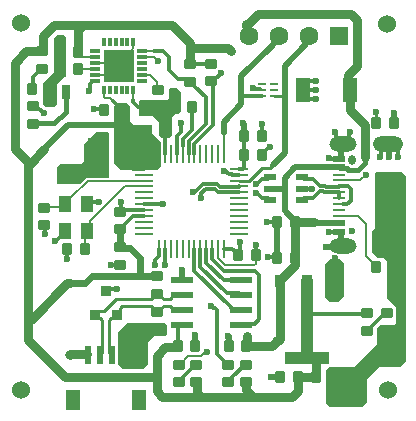
<source format=gbr>
%TF.GenerationSoftware,Altium Limited,Altium Designer,24.1.2 (44)*%
G04 Layer_Physical_Order=1*
G04 Layer_Color=255*
%FSLAX45Y45*%
%MOMM*%
%TF.SameCoordinates,257A8DD5-596B-45CF-B8F4-21FB4E0B7711*%
%TF.FilePolarity,Positive*%
%TF.FileFunction,Copper,L1,Top,Signal*%
%TF.Part,Single*%
G01*
G75*
%TA.AperFunction,SMDPad,CuDef*%
%ADD10R,0.65000X0.25000*%
%ADD11R,1.27000X2.10000*%
%ADD12R,3.81000X1.06680*%
%ADD13R,0.91440X1.06680*%
%TA.AperFunction,ConnectorPad*%
%ADD14R,1.00000X0.52000*%
%ADD15R,1.00000X0.27000*%
%ADD16R,2.00000X1.00000*%
%TA.AperFunction,SMDPad,CuDef*%
%ADD17R,0.84000X0.84000*%
%ADD18R,0.90000X0.84000*%
%ADD19R,0.80000X1.20000*%
G04:AMPARAMS|DCode=20|XSize=0.8mm|YSize=1mm|CornerRadius=0.1mm|HoleSize=0mm|Usage=FLASHONLY|Rotation=90.000|XOffset=0mm|YOffset=0mm|HoleType=Round|Shape=RoundedRectangle|*
%AMROUNDEDRECTD20*
21,1,0.80000,0.80000,0,0,90.0*
21,1,0.60000,1.00000,0,0,90.0*
1,1,0.20000,0.40000,0.30000*
1,1,0.20000,0.40000,-0.30000*
1,1,0.20000,-0.40000,-0.30000*
1,1,0.20000,-0.40000,0.30000*
%
%ADD20ROUNDEDRECTD20*%
G04:AMPARAMS|DCode=21|XSize=0.8mm|YSize=1mm|CornerRadius=0.1mm|HoleSize=0mm|Usage=FLASHONLY|Rotation=0.000|XOffset=0mm|YOffset=0mm|HoleType=Round|Shape=RoundedRectangle|*
%AMROUNDEDRECTD21*
21,1,0.80000,0.80000,0,0,0.0*
21,1,0.60000,1.00000,0,0,0.0*
1,1,0.20000,0.30000,-0.40000*
1,1,0.20000,-0.30000,-0.40000*
1,1,0.20000,-0.30000,0.40000*
1,1,0.20000,0.30000,0.40000*
%
%ADD21ROUNDEDRECTD21*%
%ADD22O,1.55000X0.25000*%
%ADD23O,0.25000X1.55000*%
%ADD24R,1.98000X0.53000*%
%ADD25R,0.35000X0.80000*%
%ADD26R,0.85000X0.35000*%
%ADD27R,2.60000X2.70000*%
G04:AMPARAMS|DCode=28|XSize=1.3mm|YSize=1.1mm|CornerRadius=0.055mm|HoleSize=0mm|Usage=FLASHONLY|Rotation=270.000|XOffset=0mm|YOffset=0mm|HoleType=Round|Shape=RoundedRectangle|*
%AMROUNDEDRECTD28*
21,1,1.30000,0.99000,0,0,270.0*
21,1,1.19000,1.10000,0,0,270.0*
1,1,0.11000,-0.49500,-0.59500*
1,1,0.11000,-0.49500,0.59500*
1,1,0.11000,0.49500,0.59500*
1,1,0.11000,0.49500,-0.59500*
%
%ADD28ROUNDEDRECTD28*%
%ADD29R,0.97790X0.55880*%
%TA.AperFunction,ConnectorPad*%
%ADD30R,0.60000X1.55000*%
%ADD31R,1.20000X1.80000*%
%TA.AperFunction,Conductor*%
%ADD32C,0.25000*%
%ADD33C,0.30000*%
%ADD34C,0.75000*%
%ADD35C,0.80000*%
%ADD36C,0.50000*%
%ADD37C,0.25400*%
%ADD38C,0.20320*%
%ADD39C,0.20000*%
%ADD40C,0.40000*%
%ADD41C,0.38100*%
%ADD42C,0.60000*%
%ADD43C,1.00000*%
%TA.AperFunction,ComponentPad*%
G04:AMPARAMS|DCode=44|XSize=1.3mm|YSize=2.3mm|CornerRadius=0.65mm|HoleSize=0mm|Usage=FLASHONLY|Rotation=90.000|XOffset=0mm|YOffset=0mm|HoleType=Round|Shape=RoundedRectangle|*
%AMROUNDEDRECTD44*
21,1,1.30000,1.00000,0,0,90.0*
21,1,0.00000,2.30000,0,0,90.0*
1,1,1.30000,0.50000,0.00000*
1,1,1.30000,0.50000,0.00000*
1,1,1.30000,-0.50000,0.00000*
1,1,1.30000,-0.50000,0.00000*
%
%ADD44ROUNDEDRECTD44*%
G04:AMPARAMS|DCode=45|XSize=1.3mm|YSize=2.6mm|CornerRadius=0.65mm|HoleSize=0mm|Usage=FLASHONLY|Rotation=90.000|XOffset=0mm|YOffset=0mm|HoleType=Round|Shape=RoundedRectangle|*
%AMROUNDEDRECTD45*
21,1,1.30000,1.30000,0,0,90.0*
21,1,0.00000,2.60000,0,0,90.0*
1,1,1.30000,0.65000,0.00000*
1,1,1.30000,0.65000,0.00000*
1,1,1.30000,-0.65000,0.00000*
1,1,1.30000,-0.65000,0.00000*
%
%ADD45ROUNDEDRECTD45*%
%ADD46C,0.60000*%
G04:AMPARAMS|DCode=47|XSize=0.85mm|YSize=0.6mm|CornerRadius=0.3mm|HoleSize=0mm|Usage=FLASHONLY|Rotation=90.000|XOffset=0mm|YOffset=0mm|HoleType=Round|Shape=RoundedRectangle|*
%AMROUNDEDRECTD47*
21,1,0.85000,0.00000,0,0,90.0*
21,1,0.25000,0.60000,0,0,90.0*
1,1,0.60000,0.00000,0.12500*
1,1,0.60000,0.00000,-0.12500*
1,1,0.60000,0.00000,-0.12500*
1,1,0.60000,0.00000,0.12500*
%
%ADD47ROUNDEDRECTD47*%
%ADD48R,1.60000X1.60000*%
%ADD49C,1.60000*%
%TA.AperFunction,ViaPad*%
%ADD50C,1.52400*%
%ADD51C,0.60000*%
%ADD52C,0.80000*%
%ADD53C,0.50000*%
G36*
X9341199Y9445500D02*
X9363700Y9423000D01*
Y9098000D01*
X9353700Y9088000D01*
X9348700D01*
X9288700Y9028000D01*
X9288700Y8858000D01*
X9261199Y8830500D01*
X9193701D01*
X9168699Y8855500D01*
X9168700Y9035500D01*
X9178700Y9045500D01*
X9258700Y9125500D01*
X9258699Y9415499D01*
X9288701Y9445500D01*
X9341199Y9445500D01*
D02*
G37*
G36*
X10338700Y8958000D02*
Y8795500D01*
X10313700Y8770500D01*
X10283700D01*
X10263700Y8750500D01*
Y8593000D01*
X10238700Y8568000D01*
X10173700D01*
X10153700Y8588000D01*
Y8695500D01*
X10096200Y8753000D01*
X9991200D01*
X9978700Y8765500D01*
Y8880500D01*
X9986200Y8888000D01*
X10221200D01*
X10238700Y8905500D01*
Y8983000D01*
X10246200Y8990500D01*
X10306200D01*
X10338700Y8958000D01*
D02*
G37*
G36*
X9906200Y8840500D02*
Y8715500D01*
X9931200Y8683000D01*
X10093700D01*
Y8610500D01*
X10168700Y8535500D01*
Y8330500D01*
X10136200Y8298000D01*
X9828700D01*
X9773700Y8353000D01*
Y8828000D01*
Y8838000D01*
X9799481Y8865500D01*
X9881200D01*
X9906200Y8840500D01*
D02*
G37*
G36*
X9731200Y8603000D02*
Y8235153D01*
X9548900D01*
X9539083Y8233200D01*
X9530761Y8227640D01*
X9483621Y8180500D01*
X9296200D01*
X9283700Y8193000D01*
Y8323000D01*
X9288700D01*
X9318700Y8353000D01*
X9493700D01*
X9513700Y8373000D01*
Y8515500D01*
X9621200Y8623000D01*
X9711200D01*
X9731200Y8603000D01*
D02*
G37*
G36*
X11713700Y7508000D02*
Y7228000D01*
X11671200Y7185500D01*
X11598700D01*
X11558700Y7225500D01*
Y7505500D01*
X11598700Y7545500D01*
X11676200D01*
X11713700Y7508000D01*
D02*
G37*
G36*
X10216200Y6988000D02*
Y6908000D01*
X10198700Y6890500D01*
X10111200D01*
X10058700Y6838000D01*
Y6655500D01*
X10017450Y6614250D01*
X9842450D01*
X9801200Y6655500D01*
Y6920500D01*
X9883700Y7003000D01*
X10201200D01*
X10216200Y6988000D01*
D02*
G37*
G36*
X12241200Y8248000D02*
Y6683000D01*
X12191200Y6633000D01*
X12011200D01*
X11911200Y6533000D01*
Y6330500D01*
X11871200Y6290500D01*
X11601200D01*
X11568700Y6323000D01*
Y6608000D01*
X11586200Y6628000D01*
X11798700D01*
X11996200Y6825500D01*
Y6958000D01*
X12026200Y6988000D01*
X12141200D01*
X12153700Y7000500D01*
Y7138000D01*
X12083700Y7208000D01*
Y7530500D01*
X12056200Y7558000D01*
X12001200D01*
X11953700Y7605500D01*
Y7780500D01*
X11976200Y7803000D01*
Y8268000D01*
X11986200Y8278000D01*
X12211200D01*
X12241200Y8248000D01*
D02*
G37*
D10*
X11026900Y9028900D02*
D03*
Y8978900D02*
D03*
Y8928900D02*
D03*
X11121900D02*
D03*
Y8978900D02*
D03*
Y9028900D02*
D03*
D11*
X11768200Y8978900D02*
D03*
X11371200D02*
D03*
D12*
X11403700Y6703500D02*
D03*
D13*
X11174700Y7362500D02*
D03*
X11403700D02*
D03*
X11632700D02*
D03*
D14*
X11673700Y7775500D02*
D03*
Y7850500D02*
D03*
Y8320500D02*
D03*
Y8395500D02*
D03*
D15*
Y7910500D02*
D03*
Y7960500D02*
D03*
Y8010500D02*
D03*
Y8060500D02*
D03*
Y8110500D02*
D03*
Y8160500D02*
D03*
Y8210500D02*
D03*
Y8260500D02*
D03*
D16*
X12093700Y7945500D02*
D03*
Y8225500D02*
D03*
D17*
X9605173Y7075337D02*
D03*
X9699173Y7275337D02*
D03*
D18*
X9793173Y7075337D02*
D03*
D19*
X9363700Y8263000D02*
D03*
Y8963000D02*
D03*
D20*
X9181579Y7979555D02*
D03*
Y7829555D02*
D03*
X9823700Y7795500D02*
D03*
Y7945500D02*
D03*
Y7495500D02*
D03*
Y7645500D02*
D03*
X10141200Y8975500D02*
D03*
Y8825500D02*
D03*
X11911200Y6935500D02*
D03*
Y7085500D02*
D03*
X10466200Y6650500D02*
D03*
Y6500500D02*
D03*
X10886200Y6650500D02*
D03*
Y6500500D02*
D03*
X10416200Y9048000D02*
D03*
Y9198000D02*
D03*
X9161200Y9158000D02*
D03*
Y9308000D02*
D03*
X9083700Y8840500D02*
D03*
Y8690500D02*
D03*
X10136200Y7400500D02*
D03*
Y7250500D02*
D03*
X10136200Y6950500D02*
D03*
Y7100500D02*
D03*
X12078700Y7085500D02*
D03*
Y6935500D02*
D03*
X10316200Y6500500D02*
D03*
Y6650500D02*
D03*
X10736200Y6500500D02*
D03*
Y6650500D02*
D03*
X10588700Y9200500D02*
D03*
Y9050500D02*
D03*
D21*
X9521445Y7630106D02*
D03*
X9371445D02*
D03*
X9076200Y8985500D02*
D03*
X9226200D02*
D03*
X10890306Y6807147D02*
D03*
X10740306D02*
D03*
X11301200Y7558000D02*
D03*
X11151200D02*
D03*
X11476200Y6550500D02*
D03*
X11626200D02*
D03*
X11326200D02*
D03*
X11176200D02*
D03*
X10308700Y6808000D02*
D03*
X10458700D02*
D03*
X10818700Y7575500D02*
D03*
X10968700D02*
D03*
X10051200Y8628000D02*
D03*
X10201200D02*
D03*
X10871200Y8428000D02*
D03*
X11021200D02*
D03*
X9831200Y8568000D02*
D03*
X9681200D02*
D03*
X9831200Y8418000D02*
D03*
X9681200D02*
D03*
X10871200Y8588000D02*
D03*
X11021200D02*
D03*
X9461200Y9155500D02*
D03*
X9311200D02*
D03*
X9461200Y9298000D02*
D03*
X9311200D02*
D03*
X9831200Y8810500D02*
D03*
X9681200D02*
D03*
X11989800Y7475700D02*
D03*
X12139800D02*
D03*
X11989800Y8694900D02*
D03*
X12139800D02*
D03*
X10426200Y8833000D02*
D03*
X10276200D02*
D03*
X11301600Y7856700D02*
D03*
X11151600D02*
D03*
D22*
X10024000Y8309500D02*
D03*
Y8259500D02*
D03*
Y8209500D02*
D03*
Y8159500D02*
D03*
Y8109500D02*
D03*
Y8059500D02*
D03*
Y8009500D02*
D03*
Y7959500D02*
D03*
Y7909500D02*
D03*
Y7859500D02*
D03*
Y7809500D02*
D03*
Y7759500D02*
D03*
X10829000D02*
D03*
Y7809500D02*
D03*
Y7859500D02*
D03*
Y7909500D02*
D03*
Y7959500D02*
D03*
Y8009500D02*
D03*
Y8059500D02*
D03*
Y8109500D02*
D03*
Y8159500D02*
D03*
Y8209500D02*
D03*
Y8259500D02*
D03*
Y8309500D02*
D03*
D23*
X10151500Y7632000D02*
D03*
X10201500D02*
D03*
X10251500D02*
D03*
X10301500D02*
D03*
X10351500D02*
D03*
X10401500D02*
D03*
X10451500D02*
D03*
X10501500D02*
D03*
X10551500D02*
D03*
X10601500D02*
D03*
X10651500D02*
D03*
X10701500D02*
D03*
Y8437000D02*
D03*
X10651500D02*
D03*
X10601500D02*
D03*
X10551500D02*
D03*
X10501500D02*
D03*
X10451500D02*
D03*
X10401500D02*
D03*
X10351500D02*
D03*
X10301500D02*
D03*
X10251500D02*
D03*
X10201500D02*
D03*
X10151500D02*
D03*
D24*
X10842330Y6988209D02*
D03*
Y7115209D02*
D03*
Y7242208D02*
D03*
Y7369209D02*
D03*
X10349330D02*
D03*
Y7242208D02*
D03*
Y7115209D02*
D03*
Y6988209D02*
D03*
D25*
X9933700Y9380500D02*
D03*
X9883700D02*
D03*
X9833700D02*
D03*
X9783700D02*
D03*
X9733700D02*
D03*
X9683700D02*
D03*
X9933700Y8980500D02*
D03*
X9883700D02*
D03*
X9833700D02*
D03*
X9783700D02*
D03*
X9733700D02*
D03*
X9683700D02*
D03*
D26*
X9611200Y9305500D02*
D03*
Y9255500D02*
D03*
Y9205500D02*
D03*
Y9155500D02*
D03*
Y9105500D02*
D03*
Y9055500D02*
D03*
X10006200Y9305500D02*
D03*
Y9255500D02*
D03*
Y9205500D02*
D03*
Y9155500D02*
D03*
Y9105500D02*
D03*
Y9055500D02*
D03*
D27*
X9808700Y9180500D02*
D03*
D28*
X9543800Y8014400D02*
D03*
X9353800D02*
D03*
X9543800Y7784400D02*
D03*
X9353800D02*
D03*
D29*
X11090275Y8045700D02*
D03*
Y8140700D02*
D03*
Y8235700D02*
D03*
X11363325D02*
D03*
Y8140700D02*
D03*
Y8045700D02*
D03*
D30*
X9849173Y6736275D02*
D03*
X9749173D02*
D03*
X9649173D02*
D03*
X9549173D02*
D03*
D31*
X9419173Y6348775D02*
D03*
X9979173D02*
D03*
D32*
X10248185Y7145500D02*
X10262830Y7130855D01*
X10188345Y7145500D02*
X10248185D01*
X10262830Y7129209D02*
X10276830Y7115209D01*
X10262830Y7129209D02*
Y7130855D01*
X10173700D02*
X10188345Y7145500D01*
X10098700Y7128000D02*
Y7130855D01*
X10173700Y7128000D02*
Y7130855D01*
X10146200Y7100500D02*
X10173700Y7128000D01*
X10276830Y7115209D02*
X10349330D01*
X10126200Y7100500D02*
X10136200D01*
X10098700Y7128000D02*
X10126200Y7100500D01*
X10136200D02*
X10146200D01*
X9932898Y7145500D02*
X10084055D01*
X9932562Y7145837D02*
X9932898Y7145500D01*
X10084055D02*
X10098700Y7130855D01*
X9834673Y7145837D02*
X9932562D01*
X9820029Y7131192D02*
X9834673Y7145837D01*
X9820029Y7102193D02*
Y7131192D01*
X9793173Y7075337D02*
X9820029Y7102193D01*
X10262830Y7228208D02*
X10276830Y7242208D01*
X10349330D01*
X10262830Y7223353D02*
Y7228208D01*
X10126200Y7250500D02*
X10136200D01*
X10146200D01*
X10244977Y7205500D02*
X10262830Y7223353D01*
X10173700Y7220145D02*
X10188345Y7205500D01*
X10244977D01*
X10146200Y7250500D02*
X10173700Y7223000D01*
X10098700Y7220145D02*
Y7223000D01*
X10173700Y7220145D02*
Y7223000D01*
X10098700D02*
X10126200Y7250500D01*
X10084055Y7205500D02*
X10098700Y7220145D01*
X9957751Y7205500D02*
X10084055D01*
X9957414Y7205837D02*
X9957751Y7205500D01*
X9785673Y7205837D02*
X9957414D01*
X9634673Y7104837D02*
X9684673D01*
X9785673Y7205837D01*
X9605173Y7075337D02*
X9634673Y7104837D01*
X9729173Y7031192D02*
X9743818Y7045837D01*
X9731673Y6753775D02*
Y6813420D01*
X9729173Y6815920D02*
X9731673Y6813420D01*
Y6753775D02*
X9749173Y6736275D01*
X9666673Y6753775D02*
Y6813420D01*
X9743818Y7045837D02*
X9763673D01*
X9666673Y6813420D02*
X9669173Y6815920D01*
X9729173Y6921056D02*
Y7031192D01*
X9763673Y7045837D02*
X9793173Y7075337D01*
X9669173Y6815920D02*
Y6896203D01*
X9669173Y6896204D02*
Y7031192D01*
X9654528Y7045837D02*
X9669173Y7031192D01*
X9634673Y7045837D02*
X9654528D01*
X9649173Y6736275D02*
X9666673Y6753775D01*
X9729173Y6815920D02*
Y6921056D01*
X9729173Y6921056D02*
X9729173Y6921056D01*
X9669173Y6896204D02*
X9669173Y6896203D01*
X9605173Y7075337D02*
X9634673Y7045837D01*
X11988800Y8695900D02*
X11989800Y8694900D01*
X11988800Y8695900D02*
Y8775700D01*
D33*
X9691405Y7288496D02*
X9790396D01*
X9678200Y7301700D02*
X9691405Y7288496D01*
X9790396D02*
X9791700Y7289800D01*
X9372023Y7544377D02*
Y7619423D01*
X9372600Y7620000D01*
X9372023Y7544377D02*
X9372600Y7543800D01*
X9829800Y7951600D02*
Y8026400D01*
X9823700Y7945500D02*
X9829800Y7951600D01*
X12173024Y8416872D02*
X12178765Y8411132D01*
X12173024Y8416872D02*
Y8471306D01*
X12126830Y8517500D02*
X12173024Y8471306D01*
X12032105Y8416872D02*
Y8471306D01*
X12026365Y8411132D02*
X12032105Y8416872D01*
Y8471306D02*
X12078299Y8517500D01*
X12093700D01*
X12126830D01*
X11419700Y8902700D02*
X11480800D01*
X11371200Y8951200D02*
Y8978900D01*
Y8951200D02*
X11419700Y8902700D01*
X11371200Y8978900D02*
X11480800D01*
X11371200D02*
Y9006600D01*
X11419700Y9055100D01*
X11480800D01*
X11587227Y8396479D02*
X11587716Y8395989D01*
X11673211D02*
X11673700Y8395500D01*
X11587716Y8395989D02*
X11673211D01*
X11760755Y8563694D02*
Y8614130D01*
X11766495Y8619870D01*
X11711200Y8517500D02*
X11714561D01*
X11760755Y8563694D01*
X11647384D02*
X11693578Y8517500D01*
X11711200D01*
X11647384Y8563694D02*
Y8614130D01*
X11641644Y8619870D02*
X11647384Y8614130D01*
X10955518Y8991600D02*
X10965718Y8981400D01*
X10947400Y8991600D02*
X10955518D01*
X10965718Y8981400D02*
X11009400D01*
X10906181Y8927850D02*
X10962712D01*
X10905931Y8928100D02*
X10906181Y8927850D01*
X10962712D02*
X10963762Y8928900D01*
X11026900D01*
X10849400Y8928100D02*
X10905931D01*
X11587888Y7774839D02*
X11692111D01*
X11634950Y7256750D02*
Y7481750D01*
X10201350Y8548000D02*
Y8628000D01*
X9186368Y7833475D02*
X9194800Y7841906D01*
Y7833475D02*
Y7841906D01*
X9186368Y7757802D02*
Y7833475D01*
X9185062Y7756495D02*
X9186368Y7757802D01*
X9271000Y7696200D02*
X9275600D01*
X9353800Y7774400D02*
Y7784400D01*
X9275600Y7696200D02*
X9353800Y7774400D01*
X11073949Y7558987D02*
X11150213D01*
X11151200Y7558000D01*
X11072961Y7559975D02*
X11073949Y7558987D01*
X10588700Y7145500D02*
X10596818D01*
X10610435Y7131883D02*
X10621149D01*
X10638723Y6740478D02*
Y7114310D01*
X10621149Y7131883D02*
X10638723Y7114310D01*
Y6740478D02*
X10701200Y6678001D01*
X10596818Y7145500D02*
X10610435Y7131883D01*
X10701200Y6675500D02*
X10726200Y6650500D01*
X10736200D01*
X10701200Y6675500D02*
Y6678001D01*
X9822823Y7496377D02*
X9823700Y7495500D01*
X9740670Y7497253D02*
X9741547Y7496377D01*
X9822823D01*
X9555800Y8026400D02*
X9639300D01*
X9543800Y8014400D02*
X9555800Y8026400D01*
X11692111Y7774839D02*
X11692450Y7774500D01*
X11587227Y7774179D02*
X11587888Y7774839D01*
X10980918Y8100700D02*
X11022978Y8058640D01*
X11077335D01*
X11090275Y8045700D01*
X10972800Y8100700D02*
X10980918D01*
X11077335Y8222760D02*
X11090275Y8235700D01*
X11022978Y8222760D02*
X11077335D01*
X10980918Y8180700D02*
X11022978Y8222760D01*
X10972800Y8180700D02*
X10980918D01*
X10744325Y8112000D02*
X10744325Y8112000D01*
X10826500D01*
X10829000Y8109500D01*
X10652117Y8112000D02*
X10744325D01*
X10546298Y8136530D02*
X10627587D01*
X10652117Y8112000D01*
X10510722Y8100954D02*
X10546298Y8136530D01*
X10504982Y8065942D02*
X10510722Y8071682D01*
X10826500Y8157000D02*
X10829000Y8159500D01*
X10439982Y8114718D02*
X10445722Y8120458D01*
X10466587D01*
X10527659Y8181530D02*
X10646227D01*
X10466587Y8120458D02*
X10527659Y8181530D01*
X10670757Y8157000D02*
X10826500D01*
X10646227Y8181530D02*
X10670757Y8157000D01*
X10510722Y8071682D02*
Y8100954D01*
X10713029Y8289134D02*
X10740163Y8262000D01*
X10766500D01*
X10704911Y8289134D02*
X10713029D01*
X10766500Y8262000D02*
X10769000Y8259500D01*
X10829000D01*
X11673700Y8060500D02*
Y8110500D01*
X11753100Y8160500D02*
X11772900Y8140700D01*
Y8039100D02*
Y8140700D01*
X11744603Y8010803D02*
X11772900Y8039100D01*
X11708700Y8010803D02*
X11744603D01*
X11673700Y8160500D02*
X11753100D01*
X11363325Y8235700D02*
X11376265Y8222760D01*
X11563864Y8158000D02*
X11608203D01*
X11558992Y8162872D02*
X11563864Y8158000D01*
X11672200Y8159000D02*
X11673700Y8160500D01*
X11609203Y8159000D02*
X11672200D01*
X11376265Y8058640D02*
X11456267D01*
X11545224Y8113000D02*
X11608203D01*
X11376265Y8222760D02*
X11455149D01*
X11609203Y8112000D02*
X11672200D01*
X11515037Y8162872D02*
X11558992D01*
X11515500Y8117872D02*
X11540352D01*
X11545224Y8113000D01*
X11608203Y8158000D02*
X11609203Y8159000D01*
X11456267Y8058640D02*
X11515500Y8117872D01*
X11608203Y8113000D02*
X11609203Y8112000D01*
X11455149Y8222760D02*
X11515037Y8162872D01*
X11672200Y8112000D02*
X11673700Y8110500D01*
X11363325Y8045700D02*
X11376265Y8058640D01*
X11375665Y8140700D02*
X11375945Y8140420D01*
X11445565D01*
X11445845Y8140141D01*
X11079500Y8496300D02*
X11087100D01*
X11046200Y8463000D02*
X11079500Y8496300D01*
X10996200Y8403000D02*
X11021200Y8428000D01*
X11634950Y7481750D02*
X11636200Y7483000D01*
X11633700Y7255500D02*
X11634950Y7256750D01*
X10969486Y7576286D02*
Y7667342D01*
X10968700Y7575500D02*
X10969486Y7576286D01*
Y7667342D02*
X10970272Y7668128D01*
X11071686Y7859033D02*
X11149267D01*
X11151600Y7856700D01*
X11069353Y7861367D02*
X11071686Y7859033D01*
X10201200Y8628000D02*
Y8728000D01*
X9228700Y8880500D02*
X9231200Y8878000D01*
X9226200Y8985500D02*
X9228700Y8983000D01*
Y8880500D02*
Y8983000D01*
X9584440Y8548740D02*
X9661940D01*
X9681200Y8568000D01*
X9578700Y8543000D02*
X9584440Y8548740D01*
X9578700Y8423000D02*
X9581200Y8420500D01*
X9678700D02*
X9681200Y8418000D01*
X9581200Y8420500D02*
X9678700D01*
X9599411Y8811294D02*
X9680406D01*
X9681200Y8810500D01*
X9598617Y8812088D02*
X9599411Y8811294D01*
X10051200Y8643000D02*
X10076200Y8618000D01*
X10051200Y8628000D02*
Y8643000D01*
Y8626087D02*
Y8628000D01*
X9826200Y8413000D02*
X9928700Y8310500D01*
X9847200Y7959500D02*
X10024000D01*
X10076200Y8590500D02*
X10151500Y8515200D01*
Y8437000D02*
Y8515200D01*
X10201350Y8548000D02*
X10201500Y8547850D01*
Y8437000D02*
Y8547850D01*
X10076200Y8590500D02*
Y8618000D01*
X10023000Y8310500D02*
X10024000Y8309500D01*
X9928700Y8310500D02*
X10023000D01*
X10026200Y8601087D02*
X10051200Y8626087D01*
X9854287Y8601087D02*
X10026200D01*
X10611200Y8680500D02*
Y9028000D01*
X10588700Y9050500D02*
X10611200Y9028000D01*
X10426200Y8636921D02*
Y8853527D01*
X10451200Y9013000D02*
Y9023000D01*
X10548700Y8688710D02*
Y8915500D01*
X10451200Y9013000D02*
X10548700Y8915500D01*
X10587450Y9199250D02*
X10588700Y9200500D01*
X10417450Y9199250D02*
X10587450D01*
X10416200Y9198000D02*
X10417450Y9199250D01*
X9838700Y8585500D02*
X9854287Y8601087D01*
X9831200Y8418000D02*
Y8568000D01*
Y8578000D01*
X10961439Y6998239D02*
X10998700Y7035500D01*
X10842330Y6988209D02*
X10852361Y6998239D01*
X10998700Y7035500D02*
Y7406526D01*
X10852361Y6998239D02*
X10961439D01*
X10736200Y6500500D02*
X10746200D01*
X10771200Y6525501D01*
Y6545500D02*
X10876200Y6650500D01*
X10886200D01*
X10771200Y6525501D02*
Y6545500D01*
X10351200Y6525501D02*
Y6545500D01*
X10456200Y6650500D01*
X10466200D01*
X10316200Y6500500D02*
X10326200D01*
X10351200Y6525501D01*
X10308700Y6808000D02*
Y6976708D01*
X10320200Y6988209D02*
X10349330D01*
X10308700Y6976708D02*
X10320200Y6988209D01*
X11403700Y7083094D02*
X11908794D01*
X11911200Y7085500D01*
X12036200Y7060500D02*
X12066200D01*
X11911200Y6935500D02*
X11921200D01*
X11946200Y6960500D02*
Y6970500D01*
X12066200Y7060500D02*
X12081200Y7075500D01*
X11946200Y6970500D02*
X12036200Y7060500D01*
X11921200Y6935500D02*
X11946200Y6960500D01*
X11021200Y8588000D02*
X11021200D01*
Y8690500D01*
X11021200Y8428000D02*
X11046200Y8463000D01*
X10866658Y8312000D02*
Y8413458D01*
X10829000Y8309500D02*
X10864158D01*
X10866658Y8413458D02*
X10871200Y8418000D01*
X10864158Y8309500D02*
X10866658Y8312000D01*
X10406832Y9067369D02*
X10451200Y9023000D01*
X10314331Y9067369D02*
X10406832D01*
X10236200Y9145500D02*
X10314331Y9067369D01*
X10112155Y9303000D02*
X10186200D01*
X10236200Y9253000D01*
Y9145500D02*
Y9253000D01*
X10613700Y9075501D02*
X10636127D01*
X10588700Y9050500D02*
X10613700Y9075501D01*
X10636127D02*
X10681163Y9120537D01*
X10141200Y8825500D02*
X10144950Y8829250D01*
X10272450D02*
X10276200Y8833000D01*
X10144950Y8829250D02*
X10272450D01*
X10276200Y8833000D02*
Y8935500D01*
X10283700Y8943000D01*
X10018700Y8825500D02*
X10141200D01*
X9933700Y8873000D02*
Y8893000D01*
X9974210Y8832490D02*
X10011710D01*
X9933700Y8873000D02*
X9974210Y8832490D01*
X10017450Y8826750D02*
X10018700Y8825500D01*
X10011710Y8832490D02*
X10017450Y8826750D01*
X9763700Y8883000D02*
X9786200Y8860500D01*
X9831200Y8810500D02*
Y8820500D01*
X9786561Y8860500D02*
X9801561Y8845500D01*
X9806200D02*
X9831200Y8820500D01*
X9786200Y8860500D02*
X9786561D01*
X9801561Y8845500D02*
X9806200D01*
X9081200Y8985500D02*
X9084950Y8981750D01*
X9081200Y9088000D02*
X9151200Y9158000D01*
X9081200Y8985500D02*
Y9088000D01*
X9151200Y9158000D02*
X9161200D01*
X10830830Y7253708D02*
X10842330Y7242208D01*
X10113700Y7518000D02*
Y7534200D01*
X10151500Y7572000D02*
Y7632000D01*
X10113700Y7534200D02*
X10151500Y7572000D01*
X10202600Y7496600D02*
X10203700Y7495500D01*
X10202600Y7496600D02*
Y7630900D01*
X10201500Y7632000D02*
X10202600Y7630900D01*
X10818700Y7575500D02*
Y7585500D01*
X10959726Y7445500D02*
X10998700Y7406526D01*
X10451500Y7445200D02*
X10758330Y7138370D01*
X10451500Y7445200D02*
Y7632000D01*
X10758330Y7126709D02*
Y7138370D01*
Y7126709D02*
X10769830Y7115209D01*
X10842330D01*
X10727992Y7253708D02*
X10830830D01*
X10501500Y7480200D02*
X10727992Y7253708D01*
X10501500Y7480200D02*
Y7632000D01*
X10697561Y7445500D02*
X10959726D01*
X10551500Y7515200D02*
Y7632000D01*
X10697492Y7369209D02*
X10842330D01*
X10551500Y7515200D02*
X10697492Y7369209D01*
X10601500Y7541561D02*
X10697561Y7445500D01*
X10601500Y7541561D02*
Y7632000D01*
X10704000Y7633553D02*
X10770647D01*
X10818700Y7585500D01*
X9838700Y7960500D02*
Y7974020D01*
X10024000Y8009500D02*
X10185200D01*
X9175460Y8786240D02*
X9181200Y8780500D01*
X9084950Y8844250D02*
X9113700Y8815500D01*
X9136953D01*
X9166212Y8786240D02*
X9175460D01*
X9136953Y8815500D02*
X9166212Y8786240D01*
X10401500Y8437000D02*
X10401500Y8437000D01*
Y8541510D01*
X10451500Y8520800D02*
X10611200Y8680500D01*
X10401500Y8541510D02*
X10548700Y8688710D01*
X10351500Y8562221D02*
X10426200Y8636921D01*
X10451500Y8437000D02*
Y8520800D01*
X10351500Y8499500D02*
Y8562221D01*
X10301500Y8583900D02*
X10338700Y8621100D01*
Y8695500D01*
X10301500Y8437000D02*
Y8583900D01*
X9558700Y8970500D02*
X9564440Y8976240D01*
X9583700Y9053000D02*
X9606200D01*
X9583700Y9047413D02*
Y9053000D01*
X9564440Y9028153D02*
X9583700Y9047413D01*
X9564440Y8976240D02*
Y9028153D01*
X10871200Y8418000D02*
Y8428000D01*
Y8588000D01*
X10818700Y7575500D02*
X10838700Y7595500D01*
Y7665500D01*
X9833700Y7795500D02*
X9858700Y7820500D01*
X9823700Y7795500D02*
X9833700D01*
X9858700Y7820500D02*
Y7834123D01*
X9934077Y7909500D02*
X10024000D01*
X9858700Y7834123D02*
X9934077Y7909500D01*
D34*
X11779766Y9616234D02*
X11823700Y9572300D01*
X10986434Y9616234D02*
X11779766D01*
X10907877Y9537676D02*
X10986434Y9616234D01*
X11823700Y9175500D02*
Y9572300D01*
X11753700Y8978900D02*
Y9105500D01*
Y8978900D02*
X11765298Y8967302D01*
Y8805334D02*
X11893700Y8676932D01*
X11765298Y8805334D02*
Y8967302D01*
X11893700Y8413000D02*
Y8676932D01*
X11753700Y9105500D02*
X11823700Y9175500D01*
X10885876Y9537676D02*
X10907877D01*
X10885876Y9515676D02*
Y9537676D01*
D35*
X10263700Y9528000D02*
X10416200Y9375500D01*
X9505563Y9528000D02*
X10263700D01*
X10416200Y9334500D02*
X10731500D01*
X10756900Y9309100D01*
X10416200Y9198000D02*
Y9334500D01*
Y9375500D01*
X11110347Y6807147D02*
X11174700Y6871500D01*
X10890306Y6807147D02*
X11110347D01*
X10890306Y6834720D02*
X10893733Y6838147D01*
Y6893852D01*
X10890306Y6807147D02*
Y6834720D01*
X9396077Y6736776D02*
X9398212Y6738912D01*
X9539173D01*
X11301600Y7568400D02*
Y7856700D01*
X11174700Y7370120D02*
X11301200Y7496620D01*
X11174700Y7362500D02*
Y7370120D01*
X11301200Y7496620D02*
Y7558000D01*
Y7568000D02*
X11301600Y7568400D01*
X9064200Y7032200D02*
X9372600Y7340600D01*
X9041100Y6860601D02*
Y7032200D01*
Y8368101D01*
X9372600Y7340600D02*
X9398000D01*
X10201200Y6798000D02*
X10308700D01*
X10476200Y6414863D02*
Y6500500D01*
X9171200Y9308000D02*
Y9435500D01*
X9461200Y9298000D02*
Y9483637D01*
Y9293000D02*
Y9298000D01*
X9161200Y9308000D02*
X9171200D01*
X9028700D02*
X9161200D01*
X9041100Y8368101D02*
X9056200Y8353000D01*
X8928700Y8480500D02*
X9041100Y8368101D01*
Y6860601D02*
X9351200Y6550500D01*
X11462860Y6703500D02*
X11476200Y6690160D01*
X11403700Y6703500D02*
X11462860D01*
X11476200Y6550500D02*
Y6690160D01*
X11326200Y6550500D02*
X11476200D01*
X11326200Y6430500D02*
Y6550500D01*
X11273700Y6378000D02*
X11326200Y6430500D01*
X10948700Y6378000D02*
X11273700D01*
X10886200Y6440500D02*
X10948700Y6378000D01*
X10886200Y6440500D02*
Y6500500D01*
X10476200Y6414863D02*
X10513063Y6378000D01*
X10948700D01*
X10466200Y6500500D02*
X10476200D01*
X10131200Y6424863D02*
X10178063Y6378000D01*
X10131200Y6728000D02*
X10201200Y6798000D01*
X10308700D02*
Y6808000D01*
X9351200Y6550500D02*
X10131200D01*
Y6424863D02*
Y6550500D01*
Y6728000D01*
X9056200Y8353000D02*
X9176200Y8473000D01*
X8928700Y8480500D02*
Y9208000D01*
X9028700Y9308000D01*
X11174700Y6871500D02*
Y7362500D01*
X11301200Y7558000D02*
Y7568000D01*
X11301600Y7856700D02*
X11464900D01*
X9461200Y9483637D02*
X9505563Y9528000D01*
X9263700D02*
X9505563D01*
X9171200Y9435500D02*
X9263700Y9528000D01*
X10178063Y6378000D02*
X10513063D01*
D36*
X12100651Y8413045D02*
Y8510549D01*
X12093700Y8517500D02*
X12100651Y8510549D01*
Y8413045D02*
X12102565Y8411132D01*
X11563740Y7649092D02*
X11706791D01*
X11692450Y7672250D02*
X11711200Y7653500D01*
X11706791Y7649092D02*
X11711200Y7653500D01*
X11561827Y7647179D02*
X11563740Y7649092D01*
X11396253Y9365500D02*
Y9415053D01*
X11417300Y9436100D01*
X11214100Y9183348D02*
X11396253Y9365500D01*
X11214100Y8928100D02*
Y9183348D01*
X11118777Y9361811D02*
X11163300Y9406334D01*
X11118777Y9361421D02*
Y9361811D01*
X10849400Y8928100D02*
Y9092044D01*
X11163300Y9406334D02*
Y9436100D01*
X10849400Y9092044D02*
X11118777Y9361421D01*
X11214100Y8445500D02*
Y8928100D01*
X10849400Y8853700D02*
Y8928100D01*
X11114100Y8345500D02*
X11214100Y8445500D01*
X11100992Y6550453D02*
X11176153D01*
X11100945Y6550406D02*
X11100992Y6550453D01*
X11176153D02*
X11176200Y6550500D01*
X10739736Y6807716D02*
Y6896232D01*
X10739167Y6896802D02*
X10739736Y6896232D01*
Y6807716D02*
X10740306Y6807147D01*
X11151400Y7856500D02*
X11151600Y7856700D01*
X11151400Y7558200D02*
Y7856500D01*
X11151200Y7558000D02*
X11151400Y7558200D01*
X12138305Y8696395D02*
X12139800Y8694900D01*
X12136810Y8784445D02*
X12138305Y8782950D01*
Y8696395D02*
Y8782950D01*
X11224038Y7944262D02*
X11301600Y7866700D01*
X11090275Y8140700D02*
X11215503D01*
X11220503Y8234803D02*
X11306200Y8320500D01*
X11220503Y7947797D02*
Y8234803D01*
X11306200Y8320500D02*
X11673700D01*
X11692450Y7672250D02*
Y7774500D01*
X10701200Y8705500D02*
X10849400Y8853700D01*
X10701200Y8615500D02*
Y8705500D01*
X9796200Y8678000D02*
X9838700Y8635500D01*
Y8585500D02*
Y8635500D01*
X9831200Y8578000D02*
X9838700Y8585500D01*
Y8635500D02*
Y8803000D01*
X9831200Y8810500D02*
X9838700Y8803000D01*
X11301600Y7856700D02*
Y7866700D01*
X9176200Y8473000D02*
X9381200Y8678000D01*
X9796200D01*
X10348700Y7369839D02*
X10349330Y7369209D01*
X10348700Y7369839D02*
Y7450500D01*
X10134950Y6951750D02*
X10136200Y6950500D01*
X10028700Y6953000D02*
X10029950Y6951750D01*
X10134950D01*
X11626200Y6550500D02*
X11629287Y6553587D01*
X11716787D01*
X11464900Y7856700D02*
X11471100Y7850500D01*
X11673700D01*
X11692450Y8396500D02*
Y8498750D01*
X11691450Y8395500D02*
X11692450Y8396500D01*
X11673700Y8395500D02*
X11691450D01*
X11692450Y8498750D02*
X11711200Y8517500D01*
X10458700Y6808000D02*
Y6900500D01*
X9856200Y6765500D02*
Y6778000D01*
X9851200Y6760500D02*
X9856200Y6765500D01*
Y6778000D02*
X9928700D01*
X10866200Y8695294D02*
X10871200Y8690294D01*
Y8588000D02*
Y8690294D01*
X10866200Y8695294D02*
Y8698000D01*
X12079261Y6843902D02*
Y6934939D01*
Y6843902D02*
X12079822Y6843341D01*
X12078700Y6935500D02*
X12079261Y6934939D01*
X12140434Y7369847D02*
Y7475067D01*
Y7369847D02*
X12141067Y7369214D01*
X12139800Y7475700D02*
X12140434Y7475067D01*
D37*
X11121900Y8928900D02*
X11213300D01*
X11214100Y8928100D01*
X11087100Y8318500D02*
X11114100Y8345500D01*
X11023600Y8318500D02*
X11087100D01*
X10914800Y8209700D02*
X11023600Y8318500D01*
X10829200Y8209700D02*
X10914800D01*
X10829000Y8209500D02*
X10829200Y8209700D01*
D38*
X9324181Y7984781D02*
X9353800Y8014400D01*
X9187675Y7984781D02*
X9324181D01*
X9522600Y7620000D02*
Y7763200D01*
X9543800Y7784400D01*
X9353800Y8014400D02*
Y8024400D01*
X9548900Y8209500D02*
X10024000D01*
X9408640Y8069240D02*
X9548900Y8209500D01*
X9353800Y8024400D02*
X9398640Y8069240D01*
X9408640D01*
X9569777Y7867977D02*
X9861300Y8159500D01*
X9543800Y7784400D02*
X9569777Y7810377D01*
Y7867977D01*
X9861300Y8159500D02*
X10024000D01*
D39*
X9611200Y9205500D02*
X9783700D01*
X10542876Y6756400D02*
X10553700D01*
X10396200Y6720500D02*
X10506976D01*
X10542876Y6756400D01*
X11855200Y8210300D02*
X11899900Y8255000D01*
X11683600Y8210300D02*
X11855200D01*
X9501200Y9253000D02*
X9626200D01*
X10076200Y9103000D02*
X10136200Y9043000D01*
X9983700Y9103000D02*
X10076200D01*
X10136200Y8975500D02*
Y9043000D01*
X9461200Y9145500D02*
X9468876Y9153176D01*
X9626024D01*
X9461200Y9293000D02*
X9501200Y9253000D01*
X10701200Y8437300D02*
Y8615500D01*
Y8437300D02*
X10701500Y8437000D01*
X11989800Y7475700D02*
Y7485700D01*
X11903700Y7571800D02*
X11989800Y7485700D01*
X11838900Y7910300D02*
X11903700Y7845500D01*
X11683600Y7910300D02*
X11838900D01*
X11903700Y7571800D02*
Y7845500D01*
X9983700Y9303000D02*
X10112155D01*
X10006200Y9255500D02*
X10106200D01*
X10151947Y9209754D01*
X9933700Y8893000D02*
Y8980500D01*
X9683700Y8919716D02*
X9695416Y8908000D01*
X9683700Y8919716D02*
Y8980500D01*
X9695416Y8908000D02*
X9738700D01*
X9763700Y8883000D01*
X10316200Y6650500D02*
X10326200D01*
X10396200Y6720500D01*
X10865269Y7495500D02*
X10865269Y7495500D01*
X10956984D01*
X10968700Y7507216D01*
Y7575500D01*
X10652456Y7554244D02*
Y7631044D01*
X10711200Y7495500D02*
X10865269D01*
X10652456Y7554244D02*
X10711200Y7495500D01*
X10651500Y7632000D02*
X10652456Y7631044D01*
X9783700Y9205500D02*
X9808700Y9180500D01*
X9611200Y9105500D02*
X9733700D01*
X9753700Y9125500D01*
X9931200Y9378000D02*
X9933700Y9380500D01*
X9931200Y9328074D02*
Y9378000D01*
X9919938Y9291738D02*
Y9316812D01*
X9931200Y9328074D01*
X9808700Y9180500D02*
X9863700Y9235500D01*
X9919938Y9291738D01*
X9606200Y9050500D02*
X9611200Y9055500D01*
D40*
X11679700Y8314500D02*
X11743205D01*
X11673700Y8320500D02*
X11679700Y8314500D01*
X11893700Y8358000D02*
Y8413000D01*
X11838700Y8303000D02*
X11893700Y8358000D01*
X11754705Y8303000D02*
X11838700D01*
X11743205Y8314500D02*
X11754705Y8303000D01*
D41*
X9311200Y9155500D02*
Y9298000D01*
Y9413000D01*
X9088700Y8690500D02*
X9098700D01*
X9111669Y8700982D02*
Y8703468D01*
X9098700Y8690500D02*
X9111669Y8703468D01*
Y8700982D02*
X9119650Y8693000D01*
X9263700D01*
X9363700Y8793000D02*
Y8963000D01*
X9263700Y8693000D02*
X9363700Y8793000D01*
D42*
X9527721Y7340600D02*
X9587621Y7400500D01*
X9398000Y7340600D02*
X9527721D01*
X9587621Y7400500D02*
X9991200D01*
X9908700Y7635500D02*
X9991200Y7553000D01*
X9823700Y7645500D02*
X9833700Y7635500D01*
X9908700D01*
X9991200Y7400500D02*
X10136200D01*
X9823700Y7645500D02*
Y7795500D01*
X9991200Y7400500D02*
Y7553000D01*
D43*
X11403700Y6703500D02*
Y7083094D01*
Y7248000D01*
Y7362500D01*
D44*
X11711200Y7653500D02*
D03*
X11711200Y8517500D02*
D03*
D45*
X12093700Y7653500D02*
D03*
Y8517500D02*
D03*
D46*
X11783700Y7785501D02*
D03*
D47*
Y8385500D02*
D03*
D48*
X11671300Y9436100D02*
D03*
D49*
X11417300D02*
D03*
X11163300D02*
D03*
X10909300D02*
D03*
D50*
X12077500Y9533100D02*
D03*
X8978700Y9545800D02*
D03*
Y6434300D02*
D03*
X12090200D02*
D03*
D51*
X9791700Y7289800D02*
D03*
X9372600Y7543800D02*
D03*
X9829800Y8026400D02*
D03*
X12178765Y8411132D02*
D03*
X12026365D02*
D03*
X12102565D02*
D03*
X11480800Y8902700D02*
D03*
Y8978900D02*
D03*
Y9055100D02*
D03*
X12204700Y8051800D02*
D03*
X12105959Y8055113D02*
D03*
X12005959D02*
D03*
X11561827Y7647179D02*
D03*
X10947400Y8991600D02*
D03*
X9185062Y7756495D02*
D03*
X9271000Y7696200D02*
D03*
X11100945Y6550406D02*
D03*
X10739167Y6896802D02*
D03*
X10893733Y6893852D02*
D03*
X11072961Y7559975D02*
D03*
X10553700Y6756400D02*
D03*
X9740670Y7497253D02*
D03*
X9639300Y8026400D02*
D03*
X12136810Y8784445D02*
D03*
X11641644Y8619870D02*
D03*
X11766495D02*
D03*
X11587227Y8396479D02*
D03*
X11638436Y7552641D02*
D03*
X11587227Y7774179D02*
D03*
X11899900Y8255000D02*
D03*
X11989212Y8786837D02*
D03*
X10439982Y8114718D02*
D03*
X10504982Y8065942D02*
D03*
X10704911Y8289134D02*
D03*
X10972800Y8180700D02*
D03*
Y8100700D02*
D03*
X11445845Y8140141D02*
D03*
X11087100Y8496300D02*
D03*
X12003100Y7759700D02*
D03*
X12103100D02*
D03*
X12201841Y7756387D02*
D03*
X10970272Y7668128D02*
D03*
X11069353Y7861367D02*
D03*
X9598617Y8812088D02*
D03*
X10143700Y9218000D02*
D03*
X10678700Y9123000D02*
D03*
X10283700Y8943000D02*
D03*
X10017450Y8826750D02*
D03*
X9231200Y8878000D02*
D03*
X10201200Y8728000D02*
D03*
X9448800Y8267700D02*
D03*
X9677400Y8331200D02*
D03*
X9578700Y8423000D02*
D03*
Y8543000D02*
D03*
X10348700Y7450500D02*
D03*
X10028700Y6953000D02*
D03*
X12093700Y8225500D02*
D03*
Y7945500D02*
D03*
X11633700Y7255500D02*
D03*
X11636200Y7483000D02*
D03*
X10458700Y6900500D02*
D03*
X10113700Y7495500D02*
D03*
X10203700D02*
D03*
X10588700Y7145500D02*
D03*
X10185200Y8009500D02*
D03*
X9181200Y8780500D02*
D03*
X10338700Y8695500D02*
D03*
X9558700Y8970500D02*
D03*
X9928700Y6778000D02*
D03*
X9941200Y6950500D02*
D03*
X11721200Y6473000D02*
D03*
Y6393000D02*
D03*
X11816200D02*
D03*
Y6473000D02*
D03*
Y6555500D02*
D03*
X9311200Y9413000D02*
D03*
X10866200Y8698000D02*
D03*
X10838700Y7688000D02*
D03*
X11403700Y7248000D02*
D03*
X11021200Y8690500D02*
D03*
X11716787Y6553587D02*
D03*
X12079822Y6843341D02*
D03*
X12141067Y7369214D02*
D03*
D52*
X10756900Y9309100D02*
D03*
X9396077Y6736776D02*
D03*
X11153700Y6850500D02*
D03*
D53*
X9753700Y9235500D02*
D03*
Y9125500D02*
D03*
X9863700D02*
D03*
Y9235500D02*
D03*
%TF.MD5,7a38ccd638639d7fb245f3f4bc95d932*%
M02*

</source>
